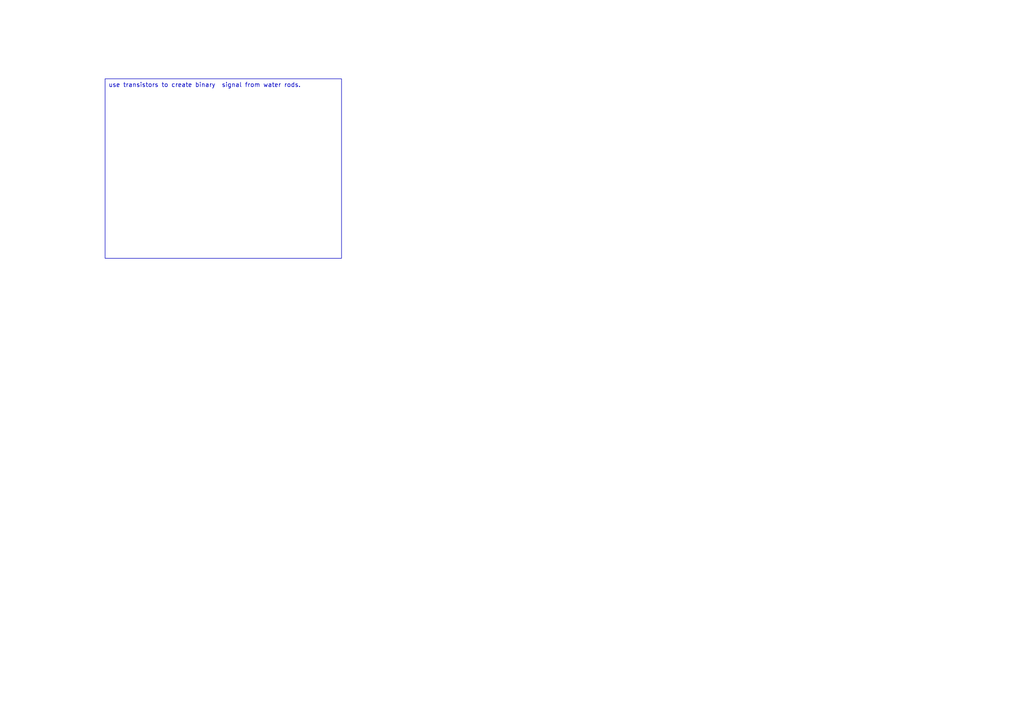
<source format=kicad_sch>
(kicad_sch
	(version 20231120)
	(generator "eeschema")
	(generator_version "8.0")
	(uuid "86d3cdee-5dd8-41ef-ab2c-98677f6b6305")
	(paper "A4")
	(lib_symbols)
	(text_box "use transistors to create binary  signal from water rods."
		(exclude_from_sim no)
		(at 30.48 22.86 0)
		(size 68.58 52.07)
		(stroke
			(width 0)
			(type default)
		)
		(fill
			(type none)
		)
		(effects
			(font
				(size 1.27 1.27)
			)
			(justify left top)
		)
		(uuid "b227b2c4-6ec8-46a2-aa16-c96a1b6fe36c")
	)
)

</source>
